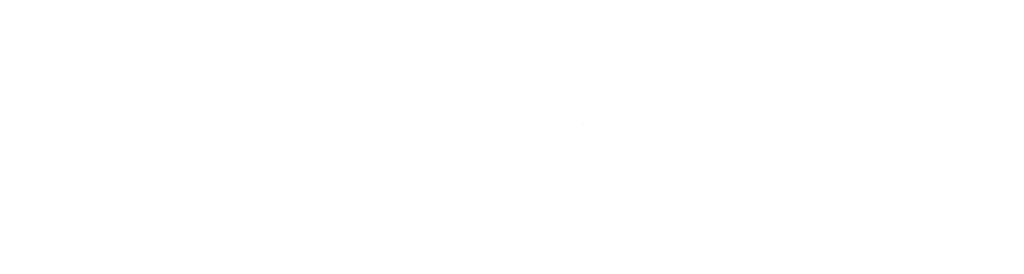
<source format=kicad_pcb>
(kicad_pcb (version 20240108) (generator pcbnew)
  (layers (0 "F.Cu" signal) (31 "B.Cu" signal) (34 "B.Paste" user) (35 "F.Paste" user) (36 "B.SilkS" user "B.Silkscreen") (37 "F.SilkS" user "F.Silkscreen") (38 "B.Mask" user) (39 "F.Mask" user) (44 "Edge.Cuts" user))
  (net 0 "")
  (footprint "MountingHole_5.3mm_M5_ISO7380_Pad" (layer "F.Cu") (at 0 0)
    (property "Reference" "REF**")
    (property "Value" "MountingHole_5.3mm_M5_ISO7380_Pad")
    (pad "1" thru_hole circle (at 0 0) (size 9.5 9.5) (drill 5.3) (layers *.Cu *.Mask) (remove_unused_layers))
  )
)
</source>
